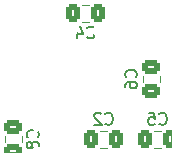
<source format=gbr>
G04 #@! TF.GenerationSoftware,KiCad,Pcbnew,(6.0.4)*
G04 #@! TF.CreationDate,2023-03-06T11:11:44-05:00*
G04 #@! TF.ProjectId,LED_Module,4c45445f-4d6f-4647-956c-652e6b696361,rev?*
G04 #@! TF.SameCoordinates,Original*
G04 #@! TF.FileFunction,Legend,Bot*
G04 #@! TF.FilePolarity,Positive*
%FSLAX46Y46*%
G04 Gerber Fmt 4.6, Leading zero omitted, Abs format (unit mm)*
G04 Created by KiCad (PCBNEW (6.0.4)) date 2023-03-06 11:11:44*
%MOMM*%
%LPD*%
G01*
G04 APERTURE LIST*
G04 Aperture macros list*
%AMRoundRect*
0 Rectangle with rounded corners*
0 $1 Rounding radius*
0 $2 $3 $4 $5 $6 $7 $8 $9 X,Y pos of 4 corners*
0 Add a 4 corners polygon primitive as box body*
4,1,4,$2,$3,$4,$5,$6,$7,$8,$9,$2,$3,0*
0 Add four circle primitives for the rounded corners*
1,1,$1+$1,$2,$3*
1,1,$1+$1,$4,$5*
1,1,$1+$1,$6,$7*
1,1,$1+$1,$8,$9*
0 Add four rect primitives between the rounded corners*
20,1,$1+$1,$2,$3,$4,$5,0*
20,1,$1+$1,$4,$5,$6,$7,0*
20,1,$1+$1,$6,$7,$8,$9,0*
20,1,$1+$1,$8,$9,$2,$3,0*%
G04 Aperture macros list end*
%ADD10C,0.150000*%
%ADD11C,0.120000*%
%ADD12RoundRect,0.250000X-0.350000X-0.625000X0.350000X-0.625000X0.350000X0.625000X-0.350000X0.625000X0*%
%ADD13O,1.200000X1.750000*%
%ADD14R,1.600000X1.600000*%
%ADD15O,1.600000X1.600000*%
%ADD16R,1.700000X1.700000*%
%ADD17O,1.700000X1.700000*%
%ADD18C,3.200000*%
%ADD19C,3.200001*%
%ADD20RoundRect,0.250000X-0.600000X-0.600000X0.600000X-0.600000X0.600000X0.600000X-0.600000X0.600000X0*%
%ADD21C,1.700000*%
%ADD22C,1.600000*%
%ADD23RoundRect,0.250000X-0.337500X-0.475000X0.337500X-0.475000X0.337500X0.475000X-0.337500X0.475000X0*%
%ADD24RoundRect,0.250000X-0.475000X0.337500X-0.475000X-0.337500X0.475000X-0.337500X0.475000X0.337500X0*%
%ADD25RoundRect,0.250000X0.337500X0.475000X-0.337500X0.475000X-0.337500X-0.475000X0.337500X-0.475000X0*%
%ADD26RoundRect,0.250000X0.475000X-0.337500X0.475000X0.337500X-0.475000X0.337500X-0.475000X-0.337500X0*%
%ADD27C,0.800000*%
G04 APERTURE END LIST*
D10*
G04 #@! TO.C,C4*
X85129666Y-80396142D02*
X85177285Y-80443761D01*
X85320142Y-80491380D01*
X85415380Y-80491380D01*
X85558238Y-80443761D01*
X85653476Y-80348523D01*
X85701095Y-80253285D01*
X85748714Y-80062809D01*
X85748714Y-79919952D01*
X85701095Y-79729476D01*
X85653476Y-79634238D01*
X85558238Y-79539000D01*
X85415380Y-79491380D01*
X85320142Y-79491380D01*
X85177285Y-79539000D01*
X85129666Y-79586619D01*
X84272523Y-79824714D02*
X84272523Y-80491380D01*
X84510619Y-79443761D02*
X84748714Y-80158047D01*
X84129666Y-80158047D01*
G04 #@! TO.C,C6*
X89228142Y-83780333D02*
X89275761Y-83732714D01*
X89323380Y-83589857D01*
X89323380Y-83494619D01*
X89275761Y-83351761D01*
X89180523Y-83256523D01*
X89085285Y-83208904D01*
X88894809Y-83161285D01*
X88751952Y-83161285D01*
X88561476Y-83208904D01*
X88466238Y-83256523D01*
X88371000Y-83351761D01*
X88323380Y-83494619D01*
X88323380Y-83589857D01*
X88371000Y-83732714D01*
X88418619Y-83780333D01*
X88323380Y-84637476D02*
X88323380Y-84447000D01*
X88371000Y-84351761D01*
X88418619Y-84304142D01*
X88561476Y-84208904D01*
X88751952Y-84161285D01*
X89132904Y-84161285D01*
X89228142Y-84208904D01*
X89275761Y-84256523D01*
X89323380Y-84351761D01*
X89323380Y-84542238D01*
X89275761Y-84637476D01*
X89228142Y-84685095D01*
X89132904Y-84732714D01*
X88894809Y-84732714D01*
X88799571Y-84685095D01*
X88751952Y-84637476D01*
X88704333Y-84542238D01*
X88704333Y-84351761D01*
X88751952Y-84256523D01*
X88799571Y-84208904D01*
X88894809Y-84161285D01*
G04 #@! TO.C,C2*
X86653666Y-87704142D02*
X86701285Y-87751761D01*
X86844142Y-87799380D01*
X86939380Y-87799380D01*
X87082238Y-87751761D01*
X87177476Y-87656523D01*
X87225095Y-87561285D01*
X87272714Y-87370809D01*
X87272714Y-87227952D01*
X87225095Y-87037476D01*
X87177476Y-86942238D01*
X87082238Y-86847000D01*
X86939380Y-86799380D01*
X86844142Y-86799380D01*
X86701285Y-86847000D01*
X86653666Y-86894619D01*
X86272714Y-86894619D02*
X86225095Y-86847000D01*
X86129857Y-86799380D01*
X85891761Y-86799380D01*
X85796523Y-86847000D01*
X85748904Y-86894619D01*
X85701285Y-86989857D01*
X85701285Y-87085095D01*
X85748904Y-87227952D01*
X86320333Y-87799380D01*
X85701285Y-87799380D01*
G04 #@! TO.C,C8*
X80904142Y-88860333D02*
X80951761Y-88812714D01*
X80999380Y-88669857D01*
X80999380Y-88574619D01*
X80951761Y-88431761D01*
X80856523Y-88336523D01*
X80761285Y-88288904D01*
X80570809Y-88241285D01*
X80427952Y-88241285D01*
X80237476Y-88288904D01*
X80142238Y-88336523D01*
X80047000Y-88431761D01*
X79999380Y-88574619D01*
X79999380Y-88669857D01*
X80047000Y-88812714D01*
X80094619Y-88860333D01*
X80427952Y-89431761D02*
X80380333Y-89336523D01*
X80332714Y-89288904D01*
X80237476Y-89241285D01*
X80189857Y-89241285D01*
X80094619Y-89288904D01*
X80047000Y-89336523D01*
X79999380Y-89431761D01*
X79999380Y-89622238D01*
X80047000Y-89717476D01*
X80094619Y-89765095D01*
X80189857Y-89812714D01*
X80237476Y-89812714D01*
X80332714Y-89765095D01*
X80380333Y-89717476D01*
X80427952Y-89622238D01*
X80427952Y-89431761D01*
X80475571Y-89336523D01*
X80523190Y-89288904D01*
X80618428Y-89241285D01*
X80808904Y-89241285D01*
X80904142Y-89288904D01*
X80951761Y-89336523D01*
X80999380Y-89431761D01*
X80999380Y-89622238D01*
X80951761Y-89717476D01*
X80904142Y-89765095D01*
X80808904Y-89812714D01*
X80618428Y-89812714D01*
X80523190Y-89765095D01*
X80475571Y-89717476D01*
X80427952Y-89622238D01*
G04 #@! TO.C,C5*
X91225666Y-87704142D02*
X91273285Y-87751761D01*
X91416142Y-87799380D01*
X91511380Y-87799380D01*
X91654238Y-87751761D01*
X91749476Y-87656523D01*
X91797095Y-87561285D01*
X91844714Y-87370809D01*
X91844714Y-87227952D01*
X91797095Y-87037476D01*
X91749476Y-86942238D01*
X91654238Y-86847000D01*
X91511380Y-86799380D01*
X91416142Y-86799380D01*
X91273285Y-86847000D01*
X91225666Y-86894619D01*
X90320904Y-86799380D02*
X90797095Y-86799380D01*
X90844714Y-87275571D01*
X90797095Y-87227952D01*
X90701857Y-87180333D01*
X90463761Y-87180333D01*
X90368523Y-87227952D01*
X90320904Y-87275571D01*
X90273285Y-87370809D01*
X90273285Y-87608904D01*
X90320904Y-87704142D01*
X90368523Y-87751761D01*
X90463761Y-87799380D01*
X90701857Y-87799380D01*
X90797095Y-87751761D01*
X90844714Y-87704142D01*
D11*
G04 #@! TO.C,C4*
X84701748Y-77624000D02*
X85224252Y-77624000D01*
X84701748Y-79094000D02*
X85224252Y-79094000D01*
G04 #@! TO.C,C6*
X89816000Y-83685748D02*
X89816000Y-84208252D01*
X91286000Y-83685748D02*
X91286000Y-84208252D01*
G04 #@! TO.C,C2*
X86748252Y-88292000D02*
X86225748Y-88292000D01*
X86748252Y-89762000D02*
X86225748Y-89762000D01*
G04 #@! TO.C,C8*
X78132000Y-89288252D02*
X78132000Y-88765748D01*
X79602000Y-89288252D02*
X79602000Y-88765748D01*
G04 #@! TO.C,C5*
X91320252Y-89762000D02*
X90797748Y-89762000D01*
X91320252Y-88292000D02*
X90797748Y-88292000D01*
G04 #@! TD*
%LPC*%
D12*
G04 #@! TO.C,J2*
X73512800Y-106884000D03*
D13*
X75512800Y-106884000D03*
X77512800Y-106884000D03*
G04 #@! TD*
D14*
G04 #@! TO.C,U4*
X54991000Y-83947000D03*
D15*
X54991000Y-86487000D03*
X54991000Y-89027000D03*
X54991000Y-91567000D03*
X62611000Y-91567000D03*
X62611000Y-89027000D03*
X62611000Y-86487000D03*
X62611000Y-83947000D03*
G04 #@! TD*
D16*
G04 #@! TO.C,J4*
X93091000Y-107950000D03*
D17*
X93091000Y-110490000D03*
G04 #@! TD*
D18*
G04 #@! TO.C,H2*
X55000000Y-115000000D03*
G04 #@! TD*
D19*
G04 #@! TO.C,H1*
X114999999Y-54999992D03*
G04 #@! TD*
D20*
G04 #@! TO.C,J1*
X55499000Y-64770000D03*
D21*
X58039000Y-64770000D03*
X55499000Y-67310000D03*
X58039000Y-67310000D03*
X55499000Y-69850000D03*
X58039000Y-69850000D03*
X55499000Y-72390000D03*
X58039000Y-72390000D03*
X55499000Y-74930000D03*
X58039000Y-74930000D03*
G04 #@! TD*
D18*
G04 #@! TO.C,H4*
X55000000Y-55000000D03*
G04 #@! TD*
D16*
G04 #@! TO.C,J3*
X86868000Y-60579000D03*
D17*
X89408000Y-60579000D03*
X86868000Y-63119000D03*
X89408000Y-63119000D03*
X86868000Y-65659000D03*
X89408000Y-65659000D03*
X86868000Y-68199000D03*
X89408000Y-68199000D03*
G04 #@! TD*
D22*
G04 #@! TO.C,C14*
X85369400Y-112061000D03*
X85369400Y-107061000D03*
G04 #@! TD*
D18*
G04 #@! TO.C,H3*
X115000000Y-115000000D03*
G04 #@! TD*
D23*
G04 #@! TO.C,C4*
X83925500Y-78359000D03*
X86000500Y-78359000D03*
G04 #@! TD*
D24*
G04 #@! TO.C,C6*
X90551000Y-82909500D03*
X90551000Y-84984500D03*
G04 #@! TD*
D25*
G04 #@! TO.C,C2*
X87524500Y-89027000D03*
X85449500Y-89027000D03*
G04 #@! TD*
D26*
G04 #@! TO.C,C8*
X78867000Y-90064500D03*
X78867000Y-87989500D03*
G04 #@! TD*
D25*
G04 #@! TO.C,C5*
X92096500Y-89027000D03*
X90021500Y-89027000D03*
G04 #@! TD*
D27*
X67634800Y-103293000D03*
X67634800Y-108881000D03*
X92179428Y-90551000D03*
X76073000Y-96647000D03*
X76052800Y-103455000D03*
X92075000Y-82931000D03*
X83947000Y-79883000D03*
X86995000Y-91059000D03*
X80899000Y-90043000D03*
X67437000Y-70104000D03*
X96139000Y-74549000D03*
X70612000Y-77343000D03*
X93726000Y-78232000D03*
X80772000Y-91440000D03*
X81661000Y-93726000D03*
X85598000Y-95123000D03*
X87249000Y-95758000D03*
X88265000Y-94361000D03*
X88519000Y-95504000D03*
X97282000Y-91567000D03*
X98044000Y-90678000D03*
X83566000Y-60833000D03*
X83566000Y-69596000D03*
X88519000Y-78486000D03*
X74295000Y-81153000D03*
X89281000Y-79502000D03*
X66929000Y-87249000D03*
X116586000Y-99695000D03*
X91572000Y-71618000D03*
X82169000Y-116713000D03*
X77673200Y-111048800D03*
X91059000Y-90551000D03*
X77830800Y-112980000D03*
X106680000Y-116713000D03*
X77806000Y-76584980D03*
X85979000Y-79883000D03*
X54716800Y-101804000D03*
X93726000Y-115951000D03*
X116223000Y-85471000D03*
X61595000Y-116967000D03*
X92075000Y-84963000D03*
X91572000Y-60569000D03*
X116205000Y-78613000D03*
X93588451Y-112646633D03*
X86614000Y-114046000D03*
X85471000Y-90551000D03*
X69469000Y-117094000D03*
X74401800Y-115393000D03*
X72491600Y-113487200D03*
X94767400Y-52421400D03*
X116205000Y-89154000D03*
X116205000Y-81915000D03*
X80899000Y-88011000D03*
X106934000Y-112141000D03*
X98425000Y-84836000D03*
X83820000Y-103288500D03*
X100177600Y-108508800D03*
X98628200Y-114579400D03*
M02*

</source>
